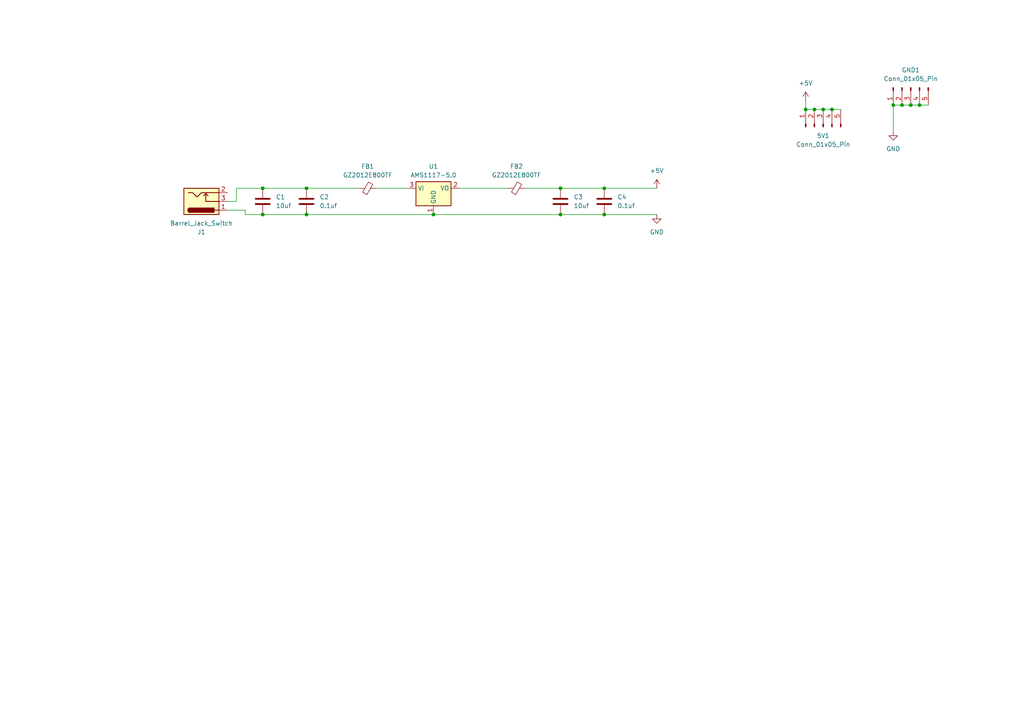
<source format=kicad_sch>
(kicad_sch (version 20231120) (generator "eeschema") (generator_version "8.0")
  (paper "A4")
  (lib_symbols
    (symbol "Connector:Barrel_Jack_Switch" (pin_names hide)
      (property "Reference" "J" (at 0 5.334 0))
      (property "Value" "Barrel_Jack_Switch" (at 0 -5.08 0))
      (symbol "Barrel_Jack_Switch_0_1"
        (rectangle (start -5.08 3.81) (end 5.08 -3.81) (stroke (width 0.254)) (fill (type background)))
        (arc (start -3.302 3.175) (mid -3.9343 2.54) (end -3.302 1.905) (stroke (width 0.254)))
        (arc (start -3.302 3.175) (mid -3.9343 2.54) (end -3.302 1.905) (stroke (width 0.254)) (fill (type outline)))
        (polyline (pts (xy 1.27 -2.286) (xy 1.905 -1.651)) (stroke (width 0.254)))
        (polyline (pts (xy 5.08 2.54) (xy 3.81 2.54)) (stroke (width 0.254)))
        (polyline (pts (xy 5.08 0) (xy 1.27 0) (xy 1.27 -2.286) (xy 0.635 -1.651)) (stroke (width 0.254)))
        (polyline (pts (xy -3.81 -2.54) (xy -2.54 -2.54) (xy -1.27 -1.27) (xy 0 -2.54) (xy 2.54 -2.54) (xy 5.08 -2.54)) (stroke (width 0.254)))
        (rectangle (start 3.683 3.175) (end -3.302 1.905) (stroke (width 0.254)) (fill (type outline)))
      )
      (symbol "Barrel_Jack_Switch_1_1"
        (pin passive line (at 7.62 2.54 180) (length 2.54) (name "~") (number "1"))
        (pin passive line (at 7.62 -2.54 180) (length 2.54) (name "~") (number "2"))
        (pin passive line (at 7.62 0 180) (length 2.54) (name "~") (number "3"))
      )
    )
    (symbol "Connector:Conn_01x05_Pin" (pin_names (offset 1.016) hide)
      (property "Reference" "J" (at 0 7.62 0))
      (property "Value" "Conn_01x05_Pin" (at 0 -7.62 0))
      (symbol "Conn_01x05_Pin_1_1"
        (polyline (pts (xy 1.27 -5.08) (xy 0.8636 -5.08)) (stroke (width 0.1524)))
        (polyline (pts (xy 1.27 -2.54) (xy 0.8636 -2.54)) (stroke (width 0.1524)))
        (polyline (pts (xy 1.27 0) (xy 0.8636 0)) (stroke (width 0.1524)))
        (polyline (pts (xy 1.27 2.54) (xy 0.8636 2.54)) (stroke (width 0.1524)))
        (polyline (pts (xy 1.27 5.08) (xy 0.8636 5.08)) (stroke (width 0.1524)))
        (rectangle (start 0.8636 -4.953) (end 0 -5.207) (stroke (width 0.1524)) (fill (type outline)))
        (rectangle (start 0.8636 -2.413) (end 0 -2.667) (stroke (width 0.1524)) (fill (type outline)))
        (rectangle (start 0.8636 0.127) (end 0 -0.127) (stroke (width 0.1524)) (fill (type outline)))
        (rectangle (start 0.8636 2.667) (end 0 2.413) (stroke (width 0.1524)) (fill (type outline)))
        (rectangle (start 0.8636 5.207) (end 0 4.953) (stroke (width 0.1524)) (fill (type outline)))
        (pin passive line (at 5.08 5.08 180) (length 3.81) (name "Pin_1") (number "1"))
        (pin passive line (at 5.08 2.54 180) (length 3.81) (name "Pin_2") (number "2"))
        (pin passive line (at 5.08 0 180) (length 3.81) (name "Pin_3") (number "3"))
        (pin passive line (at 5.08 -2.54 180) (length 3.81) (name "Pin_4") (number "4"))
        (pin passive line (at 5.08 -5.08 180) (length 3.81) (name "Pin_5") (number "5"))
      )
    )
    (symbol "Device:C" (pin_numbers hide) (pin_names (offset 0.254))
      (property "Reference" "C" (at 0.635 2.54 0))
      (property "Value" "C" (at 0.635 -2.54 0))
      (symbol "C_0_1"
        (polyline (pts (xy -2.032 -0.762) (xy 2.032 -0.762)) (stroke (width 0.508)))
        (polyline (pts (xy -2.032 0.762) (xy 2.032 0.762)) (stroke (width 0.508)))
      )
      (symbol "C_1_1"
        (pin passive line (at 0 3.81 270) (length 2.794) (name "~") (number "1"))
        (pin passive line (at 0 -3.81 90) (length 2.794) (name "~") (number "2"))
      )
    )
    (symbol "Device:FerriteBead_Small" (pin_numbers hide) (pin_names (offset 0))
      (property "Reference" "FB" (at 1.905 1.27 0))
      (property "Value" "FerriteBead_Small" (at 1.905 -1.27 0))
      (symbol "FerriteBead_Small_0_1"
        (polyline (pts (xy 0 -1.27) (xy 0 -0.7874)))
        (polyline (pts (xy 0 0.889) (xy 0 1.2954)))
        (polyline (pts (xy -1.8288 0.2794) (xy -1.1176 1.4986) (xy 1.8288 -0.2032) (xy 1.1176 -1.4224) (xy -1.8288 0.2794)))
      )
      (symbol "FerriteBead_Small_1_1"
        (pin passive line (at 0 2.54 270) (length 1.27) (name "~") (number "1"))
        (pin passive line (at 0 -2.54 90) (length 1.27) (name "~") (number "2"))
      )
    )
    (symbol "Regulator_Linear:AMS1117-5.0"
      (property "Reference" "U" (at -3.81 3.175 0))
      (property "Value" "AMS1117-5.0" (at 0 3.175 0))
      (symbol "AMS1117-5.0_0_1"
        (rectangle (start -5.08 -5.08) (end 5.08 1.905) (stroke (width 0.254)) (fill (type background)))
      )
      (symbol "AMS1117-5.0_1_1"
        (pin power_in line (at 0 -7.62 90) (length 2.54) (name "GND") (number "1"))
        (pin power_out line (at 7.62 0 180) (length 2.54) (name "VO") (number "2"))
        (pin power_in line (at -7.62 0 0) (length 2.54) (name "VI") (number "3"))
      )
    )
    (symbol "power:+5V" (power) (pin_numbers hide) (pin_names (offset 0) hide)
      (property "Value" "+5V" (at 0 3.556 0))
      (symbol "+5V_0_1"
        (polyline (pts (xy -0.762 1.27) (xy 0 2.54)))
        (polyline (pts (xy 0 0) (xy 0 2.54)))
        (polyline (pts (xy 0 2.54) (xy 0.762 1.27)))
      )
      (symbol "+5V_1_1"
        (pin power_in line (at 0 0 90) (length 0) (name "~") (number "1"))
      )
    )
    (symbol "power:GND" (power) (pin_numbers hide) (pin_names (offset 0) hide)
      (property "Value" "GND" (at 0 -3.81 0))
      (symbol "GND_0_1"
        (polyline (pts (xy 0 0) (xy 0 -1.27) (xy 1.27 -1.27) (xy 0 -2.54) (xy -1.27 -1.27) (xy 0 -1.27)))
      )
      (symbol "GND_1_1"
        (pin power_in line (at 0 0 270) (length 0) (name "~") (number "1"))
      )
    )
  )
  (junction (at 236.22 31.75))
  (junction (at 125.73 62.23))
  (junction (at 88.9 54.61))
  (junction (at 261.62 30.48))
  (junction (at 76.2 54.61))
  (junction (at 233.68 31.75))
  (junction (at 241.3 31.75))
  (junction (at 266.7 30.48))
  (junction (at 264.16 30.48))
  (junction (at 162.56 62.23))
  (junction (at 76.2 62.23))
  (junction (at 238.76 31.75))
  (junction (at 175.26 62.23))
  (junction (at 175.26 54.61))
  (junction (at 162.56 54.61))
  (junction (at 259.08 30.48))
  (junction (at 88.9 62.23))
  (wire (pts (xy 66.04 60.96) (xy 71.12 60.96)))
  (wire (pts (xy 241.3 31.75) (xy 243.84 31.75)))
  (wire (pts (xy 125.73 62.23) (xy 88.9 62.23)))
  (wire (pts (xy 133.35 54.61) (xy 147.32 54.61)))
  (wire (pts (xy 233.68 31.75) (xy 236.22 31.75)))
  (wire (pts (xy 68.58 58.42) (xy 68.58 54.61)))
  (wire (pts (xy 68.58 54.61) (xy 76.2 54.61)))
  (wire (pts (xy 266.7 30.48) (xy 269.24 30.48)))
  (wire (pts (xy 76.2 54.61) (xy 88.9 54.61)))
  (wire (pts (xy 76.2 62.23) (xy 88.9 62.23)))
  (wire (pts (xy 162.56 62.23) (xy 175.26 62.23)))
  (wire (pts (xy 71.12 60.96) (xy 71.12 62.23)))
  (wire (pts (xy 238.76 31.75) (xy 241.3 31.75)))
  (wire (pts (xy 125.73 62.23) (xy 162.56 62.23)))
  (wire (pts (xy 88.9 54.61) (xy 104.14 54.61)))
  (wire (pts (xy 259.08 30.48) (xy 261.62 30.48)))
  (wire (pts (xy 162.56 54.61) (xy 175.26 54.61)))
  (wire (pts (xy 88.9 60.96) (xy 88.9 62.23)))
  (wire (pts (xy 259.08 30.48) (xy 259.08 38.1)))
  (wire (pts (xy 233.68 31.75) (xy 233.68 29.21)))
  (wire (pts (xy 66.04 58.42) (xy 68.58 58.42)))
  (wire (pts (xy 264.16 30.48) (xy 266.7 30.48)))
  (wire (pts (xy 109.22 54.61) (xy 118.11 54.61)))
  (wire (pts (xy 76.2 62.23) (xy 71.12 62.23)))
  (wire (pts (xy 152.4 54.61) (xy 162.56 54.61)))
  (wire (pts (xy 236.22 31.75) (xy 238.76 31.75)))
  (wire (pts (xy 175.26 62.23) (xy 190.5 62.23)))
  (wire (pts (xy 175.26 54.61) (xy 190.5 54.61)))
  (wire (pts (xy 261.62 30.48) (xy 264.16 30.48)))
  (symbol (lib_id "Connector:Conn_01x05_Pin") (at 238.76 36.83 90) (unit 1) (exclude_from_sim yes)
    (property "Reference" "5V1" (at 238.76 39.37 90))
    (property "Value" "Conn_01x05_Pin" (at 238.76 41.91 90))
    (property "Footprint" "Connector_PinHeader_2.54mm:PinHeader_1x05_P2.54mm_Vertical" (effects (hide yes)))
    (property "Description" "Generic connector, single row, 01x05, script generated" (effects (hide yes)))
  )
  (symbol (lib_id "Device:C") (at 162.56 58.42 0) (unit 1)
    (property "Reference" "C3" (at 166.37 57.1499 0) (effects (justify left)))
    (property "Value" "10uf" (at 166.37 59.6899 0) (effects (justify left)))
    (property "Footprint" "Capacitor_SMD:C_0805_2012Metric" (effects (hide yes)))
    (property "Description" "Unpolarized capacitor" (effects (hide yes)))
  )
  (symbol (lib_id "power:+5V") (at 233.68 29.21 0) (unit 1)
    (property "Reference" "#PWR01" (effects (hide yes)))
    (property "Value" "+5V" (at 233.68 24.13 0))
    (property "Description" "Power symbol creates a global label with name \"+5V\"" (effects (hide yes)))
  )
  (symbol (lib_id "power:GND") (at 259.08 38.1 0) (unit 1)
    (property "Reference" "#PWR05" (effects (hide yes)))
    (property "Value" "GND" (at 259.08 43.18 0))
    (property "Description" "Power symbol creates a global label with name \"GND\" , ground" (effects (hide yes)))
  )
  (symbol (lib_id "Device:C") (at 175.26 58.42 0) (unit 1)
    (property "Reference" "C4" (at 179.07 57.1499 0) (effects (justify left)))
    (property "Value" "0.1uf" (at 179.07 59.6899 0) (effects (justify left)))
    (property "Footprint" "Capacitor_SMD:C_0805_2012Metric" (effects (hide yes)))
    (property "Description" "Unpolarized capacitor" (effects (hide yes)))
  )
  (symbol (lib_id "power:GND") (at 190.5 62.23 0) (unit 1)
    (property "Reference" "#PWR08" (effects (hide yes)))
    (property "Value" "GND" (at 190.5 67.31 0))
    (property "Description" "Power symbol creates a global label with name \"GND\" , ground" (effects (hide yes)))
  )
  (symbol (lib_id "Device:FerriteBead_Small") (at 149.86 54.61 90) (unit 1)
    (property "Reference" "FB2" (at 149.8219 48.26 90))
    (property "Value" "GZ2012E800TF" (at 149.8219 50.8 90))
    (property "Footprint" "Capacitor_SMD:C_0805_2012Metric" (effects (hide yes)))
    (property "Description" "Ferrite bead, small symbol" (effects (hide yes)))
  )
  (symbol (lib_id "Device:C") (at 76.2 58.42 0) (unit 1)
    (property "Reference" "C1" (at 80.01 57.1499 0) (effects (justify left)))
    (property "Value" "10uf" (at 80.01 59.6899 0) (effects (justify left)))
    (property "Footprint" "Capacitor_SMD:C_0805_2012Metric" (effects (hide yes)))
    (property "Description" "Unpolarized capacitor" (effects (hide yes)))
  )
  (symbol (lib_id "Regulator_Linear:AMS1117-5.0") (at 125.73 54.61 0) (unit 1)
    (property "Reference" "U1" (at 125.73 48.26 0))
    (property "Value" "AMS1117-5.0" (at 125.73 50.8 0))
    (property "Footprint" "Package_TO_SOT_SMD:SOT-223" (effects (hide yes)))
    (property "Datasheet" "http://www.advanced-monolithic.com/pdf/ds1117.pdf" (effects (hide yes)))
    (property "Description" "1A Low Dropout regulator, positive, 5.0V fixed output, SOT-223" (effects (hide yes)))
  )
  (symbol (lib_id "Device:C") (at 88.9 58.42 0) (unit 1)
    (property "Reference" "C2" (at 92.71 57.1499 0) (effects (justify left)))
    (property "Value" "0.1uf" (at 92.71 59.6899 0) (effects (justify left)))
    (property "Footprint" "Capacitor_SMD:C_0805_2012Metric" (effects (hide yes)))
    (property "Description" "Unpolarized capacitor" (effects (hide yes)))
  )
  (symbol (lib_id "power:+5V") (at 190.5 54.61 0) (unit 1)
    (property "Reference" "#PWR09" (effects (hide yes)))
    (property "Value" "+5V" (at 190.5 49.53 0))
    (property "Description" "Power symbol creates a global label with name \"+5V\"" (effects (hide yes)))
  )
  (symbol (lib_id "Device:FerriteBead_Small") (at 106.68 54.61 90) (unit 1)
    (property "Reference" "FB1" (at 106.6419 48.26 90))
    (property "Value" "GZ2012E800TF" (at 106.6419 50.8 90))
    (property "Footprint" "Capacitor_SMD:C_0805_2012Metric" (effects (hide yes)))
    (property "Description" "Ferrite bead, small symbol" (effects (hide yes)))
  )
  (symbol (lib_id "Connector:Barrel_Jack_Switch") (at 58.42 58.42 0) (mirror x) (unit 1)
    (property "Reference" "J1" (at 58.42 67.31 0))
    (property "Value" "Barrel_Jack_Switch" (at 58.42 64.77 0))
    (property "Footprint" "BreadModular_DC:DC-182-25A" (effects (hide yes)))
    (property "Description" "DC Barrel Jack with an internal switch" (effects (hide yes)))
  )
  (symbol (lib_id "Connector:Conn_01x05_Pin") (at 264.16 25.4 90) (mirror x) (unit 1) (exclude_from_sim yes)
    (property "Reference" "GND1" (at 264.16 20.32 90))
    (property "Value" "Conn_01x05_Pin" (at 264.16 22.86 90))
    (property "Footprint" "Connector_PinHeader_2.54mm:PinHeader_1x05_P2.54mm_Vertical" (effects (hide yes)))
    (property "Description" "Generic connector, single row, 01x05, script generated" (effects (hide yes)))
  )
)
</source>
